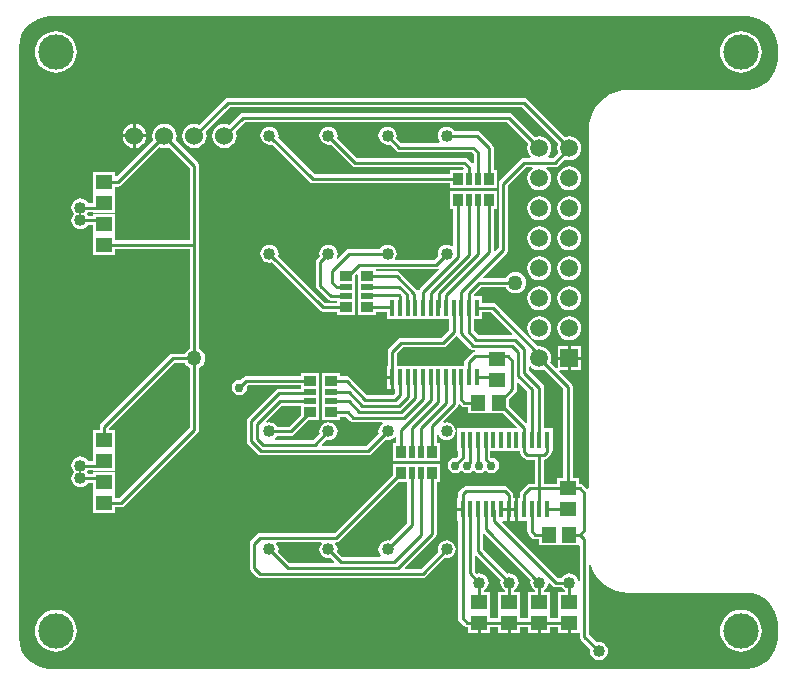
<source format=gbl>
G04 Layer_Physical_Order=2*
G04 Layer_Color=16711680*
%FSLAX25Y25*%
%MOIN*%
G70*
G01*
G75*
%ADD13C,0.01000*%
%ADD15R,0.05906X0.05906*%
%ADD16C,0.05906*%
%ADD17C,0.06000*%
%ADD18C,0.11811*%
%ADD19C,0.04000*%
%ADD20C,0.05000*%
%ADD21C,0.03000*%
%ADD22R,0.04528X0.05315*%
%ADD23R,0.04134X0.02362*%
%ADD24R,0.04134X0.03347*%
%ADD25R,0.05315X0.04528*%
%ADD26R,0.02362X0.04134*%
%ADD27R,0.03347X0.04134*%
%ADD28R,0.01575X0.05512*%
G36*
X85927Y-16090D02*
Y-26666D01*
X85465Y-26858D01*
X79709Y-21101D01*
Y-18899D01*
X82081Y-16526D01*
X82413Y-16030D01*
X82529Y-15445D01*
Y-13346D01*
X82991Y-13154D01*
X85927Y-16090D01*
D02*
G37*
G36*
X10390Y-24121D02*
X6441Y-28069D01*
X2608D01*
X2140Y-27459D01*
X1513Y-26978D01*
X783Y-26676D01*
X-0Y-26572D01*
X-783Y-26676D01*
X-821Y-26691D01*
X-1105Y-26268D01*
X4059Y-21104D01*
X10390D01*
Y-24121D01*
D02*
G37*
G36*
X87181Y-8055D02*
X88007Y-8689D01*
X88968Y-9087D01*
X90000Y-9223D01*
X91032Y-9087D01*
X91496Y-8895D01*
X97971Y-15370D01*
Y-45291D01*
X95842D01*
Y-47026D01*
X91545D01*
Y-39020D01*
X92085Y-38913D01*
X92581Y-38581D01*
X93656Y-37507D01*
X93988Y-37010D01*
X94104Y-36425D01*
Y-36142D01*
X94362D01*
Y-28630D01*
X91545D01*
Y-15016D01*
X91429Y-14431D01*
X91097Y-13934D01*
X86529Y-9366D01*
Y-8028D01*
X87029Y-7858D01*
X87181Y-8055D01*
D02*
G37*
G36*
X80846Y2991D02*
X80654Y2529D01*
X69634D01*
X68045Y4118D01*
Y7858D01*
X70862D01*
Y10085D01*
X73752D01*
X80846Y2991D01*
D02*
G37*
G36*
X56606Y24363D02*
X50080Y17836D01*
X49904Y17572D01*
X49733Y17515D01*
X49316Y17509D01*
X49308Y17512D01*
X43522Y23298D01*
X43026Y23629D01*
X42440Y23746D01*
X35610D01*
Y24471D01*
X55457D01*
X56042Y24587D01*
X56288Y24751D01*
X56606Y24363D01*
D02*
G37*
G36*
X62849Y2001D02*
X62875Y1962D01*
X66919Y-2081D01*
X67415Y-2413D01*
X68000Y-2529D01*
X68436D01*
X68445Y-3026D01*
X67860Y-3142D01*
X67363Y-3474D01*
X65434Y-5403D01*
X65103Y-5899D01*
X64986Y-6484D01*
Y-7858D01*
X42455D01*
Y-3708D01*
X44633Y-1529D01*
X58000D01*
X58585Y-1413D01*
X59081Y-1081D01*
X62214Y2051D01*
X62849Y2001D01*
D02*
G37*
G36*
X87075Y-79237D02*
X86974Y-80000D01*
X87077Y-80783D01*
X87379Y-81513D01*
X87860Y-82140D01*
X88471Y-82608D01*
Y-83291D01*
X86343D01*
Y-89819D01*
X86343D01*
Y-90181D01*
X86343D01*
Y-91916D01*
X83657D01*
Y-90181D01*
X83657D01*
Y-89819D01*
X83657D01*
Y-83291D01*
X81529D01*
Y-82608D01*
X82140Y-82140D01*
X82621Y-81513D01*
X82923Y-80783D01*
X83026Y-80000D01*
X82923Y-79217D01*
X82621Y-78487D01*
X82140Y-77860D01*
X81513Y-77380D01*
X80783Y-77077D01*
X80000Y-76974D01*
X79237Y-77074D01*
X71073Y-68910D01*
Y-63889D01*
X71535Y-63697D01*
X87075Y-79237D01*
D02*
G37*
G36*
X77074D02*
X76974Y-80000D01*
X77077Y-80783D01*
X77380Y-81513D01*
X77860Y-82140D01*
X78471Y-82608D01*
Y-83291D01*
X76342D01*
Y-89819D01*
X76342D01*
Y-90181D01*
X76342D01*
Y-91916D01*
X73658D01*
Y-90181D01*
X73658D01*
Y-89819D01*
X73658D01*
Y-83291D01*
X71529D01*
Y-82608D01*
X72140Y-82140D01*
X72620Y-81513D01*
X72923Y-80783D01*
X73026Y-80000D01*
X72923Y-79217D01*
X72620Y-78487D01*
X72140Y-77860D01*
X71513Y-77380D01*
X70783Y-77077D01*
X70000Y-76974D01*
X69237Y-77074D01*
X68514Y-76351D01*
Y-71330D01*
X68976Y-71139D01*
X77074Y-79237D01*
D02*
G37*
G36*
X161111Y108538D02*
X163046Y107951D01*
X164828Y106998D01*
X166391Y105716D01*
X167673Y104154D01*
X168626Y102371D01*
X169213Y100437D01*
X169399Y98541D01*
X169376Y98425D01*
Y94575D01*
X169396Y94477D01*
X169207Y92563D01*
X168620Y90629D01*
X167667Y88846D01*
X166385Y87284D01*
X164823Y86002D01*
X163040Y85049D01*
X161106Y84462D01*
X159587Y84313D01*
X159095Y84293D01*
X159094Y84293D01*
X158684Y84218D01*
X158239Y84207D01*
X158118D01*
X119724Y84207D01*
Y84218D01*
X117636Y84054D01*
X115598Y83565D01*
X113663Y82763D01*
X111876Y81668D01*
X110283Y80308D01*
X108922Y78714D01*
X107827Y76928D01*
X107026Y74992D01*
X106537Y72955D01*
X106372Y70866D01*
X106384D01*
Y-48514D01*
X105884Y-48721D01*
X104637Y-47474D01*
X104140Y-47142D01*
X103555Y-47026D01*
X103157D01*
Y-45291D01*
X101029D01*
Y-14736D01*
X100913Y-14151D01*
X100581Y-13655D01*
X96578Y-9651D01*
X96769Y-9189D01*
X99500D01*
Y-5736D01*
X96047D01*
Y-8467D01*
X95585Y-8659D01*
X93659Y-6732D01*
X93851Y-6268D01*
X93987Y-5236D01*
X93851Y-4204D01*
X93453Y-3243D01*
X92819Y-2417D01*
X91993Y-1784D01*
X91032Y-1385D01*
X90000Y-1249D01*
X89481Y-1318D01*
X75467Y12696D01*
X74971Y13027D01*
X74386Y13144D01*
X70862D01*
Y15370D01*
X68045D01*
Y15882D01*
X70634Y18471D01*
X78845D01*
X78943Y18235D01*
X79504Y17504D01*
X80235Y16943D01*
X81086Y16590D01*
X82000Y16470D01*
X82914Y16590D01*
X83765Y16943D01*
X84496Y17504D01*
X85057Y18235D01*
X85410Y19086D01*
X85530Y20000D01*
X85410Y20914D01*
X85057Y21765D01*
X84496Y22496D01*
X83765Y23057D01*
X82914Y23410D01*
X82000Y23530D01*
X81086Y23410D01*
X80235Y23057D01*
X79504Y22496D01*
X78943Y21765D01*
X78845Y21529D01*
X71346D01*
X71154Y21991D01*
X79081Y29919D01*
X79413Y30415D01*
X79529Y31000D01*
Y52367D01*
X85633Y58471D01*
X87516D01*
X87686Y57971D01*
X87181Y57583D01*
X86547Y56757D01*
X86149Y55796D01*
X86013Y54764D01*
X86149Y53732D01*
X86547Y52770D01*
X87181Y51945D01*
X88007Y51311D01*
X88968Y50913D01*
X90000Y50777D01*
X91032Y50913D01*
X91993Y51311D01*
X92819Y51945D01*
X93453Y52770D01*
X93851Y53732D01*
X93987Y54764D01*
X93851Y55796D01*
X93453Y56757D01*
X92819Y57583D01*
X92314Y57971D01*
X92484Y58471D01*
X95236D01*
X95821Y58587D01*
X96318Y58919D01*
X98504Y61105D01*
X98968Y60913D01*
X100000Y60777D01*
X101032Y60913D01*
X101993Y61311D01*
X102819Y61945D01*
X103453Y62770D01*
X103851Y63732D01*
X103987Y64764D01*
X103851Y65796D01*
X103453Y66757D01*
X102819Y67583D01*
X101993Y68217D01*
X101032Y68615D01*
X100000Y68751D01*
X98968Y68615D01*
X98504Y68423D01*
X85845Y81081D01*
X85349Y81413D01*
X84764Y81529D01*
X-13898D01*
X-14483Y81413D01*
X-14979Y81081D01*
X-23468Y72593D01*
X-23956Y72795D01*
X-25000Y72932D01*
X-26044Y72795D01*
X-27017Y72392D01*
X-27853Y71750D01*
X-28494Y70915D01*
X-28897Y69942D01*
X-29035Y68898D01*
X-28897Y67853D01*
X-28494Y66880D01*
X-27853Y66045D01*
X-27017Y65404D01*
X-26044Y65001D01*
X-25000Y64863D01*
X-23956Y65001D01*
X-22983Y65404D01*
X-22147Y66045D01*
X-21506Y66880D01*
X-21103Y67853D01*
X-20966Y68898D01*
X-21103Y69942D01*
X-21305Y70430D01*
X-13264Y78471D01*
X84130D01*
X96341Y66260D01*
X96149Y65796D01*
X96013Y64764D01*
X96149Y63732D01*
X96341Y63268D01*
X94603Y61529D01*
X93024D01*
X92884Y62029D01*
X93453Y62770D01*
X93851Y63732D01*
X93987Y64764D01*
X93851Y65796D01*
X93453Y66757D01*
X92819Y67583D01*
X91993Y68217D01*
X91032Y68615D01*
X90000Y68751D01*
X88968Y68615D01*
X88504Y68423D01*
X80845Y76081D01*
X80349Y76413D01*
X79764Y76529D01*
X-8898D01*
X-9483Y76413D01*
X-9979Y76081D01*
X-13468Y72593D01*
X-13956Y72795D01*
X-15000Y72932D01*
X-16044Y72795D01*
X-17017Y72392D01*
X-17853Y71750D01*
X-18494Y70915D01*
X-18897Y69942D01*
X-19035Y68898D01*
X-18897Y67853D01*
X-18494Y66880D01*
X-17853Y66045D01*
X-17017Y65404D01*
X-16044Y65001D01*
X-15000Y64863D01*
X-13956Y65001D01*
X-12983Y65404D01*
X-12147Y66045D01*
X-11506Y66880D01*
X-11103Y67853D01*
X-10966Y68898D01*
X-11103Y69942D01*
X-11305Y70430D01*
X-8264Y73471D01*
X79130D01*
X86341Y66260D01*
X86149Y65796D01*
X86013Y64764D01*
X86149Y63732D01*
X86547Y62770D01*
X87116Y62029D01*
X86976Y61529D01*
X85000D01*
X84415Y61413D01*
X83919Y61081D01*
X76919Y54081D01*
X76587Y53585D01*
X76471Y53000D01*
Y31633D01*
X75246Y30409D01*
X74746Y30616D01*
Y44390D01*
X75890D01*
Y50524D01*
X60110D01*
Y44390D01*
X61254D01*
Y32323D01*
X60754Y32076D01*
X60568Y32219D01*
X59838Y32521D01*
X59055Y32624D01*
X58272Y32521D01*
X57542Y32219D01*
X56915Y31738D01*
X56435Y31111D01*
X56132Y30382D01*
X56029Y29598D01*
X56130Y28836D01*
X54823Y27529D01*
X42129D01*
X41908Y27978D01*
X41991Y28086D01*
X42293Y28815D01*
X42396Y29598D01*
X42293Y30382D01*
X41991Y31111D01*
X41510Y31738D01*
X40883Y32219D01*
X40153Y32521D01*
X39370Y32624D01*
X38587Y32521D01*
X37857Y32219D01*
X37231Y31738D01*
X36762Y31128D01*
X26598D01*
X26013Y31011D01*
X25517Y30680D01*
X22793Y27956D01*
X22369Y28239D01*
X22608Y28815D01*
X22711Y29598D01*
X22608Y30382D01*
X22306Y31111D01*
X21825Y31738D01*
X21198Y32219D01*
X20468Y32521D01*
X19685Y32624D01*
X18902Y32521D01*
X18172Y32219D01*
X17545Y31738D01*
X17064Y31111D01*
X16762Y30382D01*
X16659Y29598D01*
X16760Y28836D01*
X15919Y27995D01*
X15587Y27499D01*
X15471Y26913D01*
Y19000D01*
X15587Y18415D01*
X15919Y17919D01*
X19493Y14344D01*
X19989Y14012D01*
X20575Y13896D01*
X22390D01*
Y13313D01*
X18449D01*
X2926Y28836D01*
X3026Y29598D01*
X2923Y30382D01*
X2620Y31111D01*
X2140Y31738D01*
X1513Y32219D01*
X783Y32521D01*
X0Y32624D01*
X-783Y32521D01*
X-1513Y32219D01*
X-2140Y31738D01*
X-2620Y31111D01*
X-2923Y30382D01*
X-3026Y29598D01*
X-2923Y28815D01*
X-2620Y28086D01*
X-2140Y27459D01*
X-1513Y26978D01*
X-783Y26676D01*
X0Y26572D01*
X763Y26673D01*
X16734Y10702D01*
X17230Y10370D01*
X17815Y10254D01*
X22390D01*
Y9110D01*
X28524D01*
Y13244D01*
Y16394D01*
Y19543D01*
Y22361D01*
X29014Y22851D01*
X29476Y22660D01*
Y19543D01*
Y16394D01*
Y13244D01*
Y9110D01*
X35610D01*
Y10254D01*
X39138D01*
Y7858D01*
X59868D01*
Y4031D01*
X57367Y1529D01*
X44000D01*
X43415Y1413D01*
X42919Y1081D01*
X39844Y-1993D01*
X39512Y-2489D01*
X39396Y-3075D01*
Y-7858D01*
X39138D01*
Y-11114D01*
X40925D01*
Y-11614D01*
X41425D01*
Y-15370D01*
X41955D01*
Y-16882D01*
X41366Y-17471D01*
X32634D01*
X26865Y-11702D01*
X26369Y-11371D01*
X25784Y-11254D01*
X23610D01*
Y-10110D01*
X17476D01*
Y-15457D01*
Y-18606D01*
Y-21756D01*
Y-25890D01*
X23610D01*
Y-24746D01*
X25583D01*
X26919Y-26081D01*
X27415Y-26413D01*
X28000Y-26529D01*
X37652D01*
X37769Y-26784D01*
X37790Y-27029D01*
X37230Y-27459D01*
X36750Y-28086D01*
X36447Y-28815D01*
X36344Y-29598D01*
X36445Y-30361D01*
X32335Y-34471D01*
X17629D01*
X17438Y-34009D01*
X18922Y-32524D01*
X19685Y-32624D01*
X20468Y-32521D01*
X21198Y-32219D01*
X21825Y-31738D01*
X22306Y-31111D01*
X22608Y-30382D01*
X22711Y-29598D01*
X22608Y-28815D01*
X22306Y-28086D01*
X21825Y-27459D01*
X21198Y-26978D01*
X20468Y-26676D01*
X19685Y-26572D01*
X18902Y-26676D01*
X18172Y-26978D01*
X17545Y-27459D01*
X17064Y-28086D01*
X16762Y-28815D01*
X16659Y-29598D01*
X16759Y-30361D01*
X14650Y-32471D01*
X2006D01*
X1837Y-31971D01*
X2140Y-31738D01*
X2608Y-31128D01*
X7075D01*
X7660Y-31011D01*
X8156Y-30680D01*
X12946Y-25890D01*
X16524D01*
Y-21756D01*
Y-18606D01*
Y-15457D01*
Y-10110D01*
X10390D01*
Y-11254D01*
X-7784D01*
X-8369Y-11371D01*
X-8865Y-11702D01*
X-9678Y-12515D01*
X-10000Y-12451D01*
X-10975Y-12645D01*
X-11802Y-13198D01*
X-12355Y-14025D01*
X-12549Y-15000D01*
X-12355Y-15976D01*
X-11802Y-16802D01*
X-10975Y-17355D01*
X-10000Y-17549D01*
X-9025Y-17355D01*
X-8198Y-16802D01*
X-7645Y-15976D01*
X-7451Y-15000D01*
X-7515Y-14678D01*
X-7150Y-14313D01*
X10390D01*
Y-15364D01*
X3278D01*
X2693Y-15481D01*
X2196Y-15812D01*
X-7081Y-25090D01*
X-7413Y-25586D01*
X-7529Y-26172D01*
Y-32828D01*
X-7413Y-33414D01*
X-7081Y-33910D01*
X-3910Y-37081D01*
X-3414Y-37413D01*
X-2828Y-37529D01*
X32969D01*
X33554Y-37413D01*
X34050Y-37081D01*
X38607Y-32524D01*
X39370Y-32624D01*
X40153Y-32521D01*
X40883Y-32219D01*
X41510Y-31738D01*
X41754Y-31420D01*
X42254Y-31589D01*
Y-33390D01*
X41110D01*
Y-39524D01*
X56890D01*
Y-33390D01*
X55746D01*
Y-30755D01*
X56246Y-30656D01*
X56435Y-31111D01*
X56915Y-31738D01*
X57542Y-32219D01*
X58272Y-32521D01*
X59055Y-32624D01*
X59838Y-32521D01*
X60568Y-32219D01*
X61195Y-31738D01*
X61676Y-31111D01*
X61978Y-30382D01*
X62081Y-29598D01*
X61978Y-28815D01*
X61676Y-28086D01*
X61195Y-27459D01*
X60568Y-26978D01*
X59838Y-26676D01*
X59055Y-26572D01*
X58272Y-26676D01*
X58139Y-26730D01*
X57856Y-26307D01*
X62479Y-21684D01*
X62811Y-21188D01*
X62895Y-20765D01*
X63388Y-20551D01*
X63919Y-21081D01*
X64415Y-21413D01*
X65000Y-21529D01*
X66291D01*
Y-23658D01*
X72819D01*
Y-23658D01*
X73181D01*
Y-23658D01*
X77939D01*
X82450Y-28168D01*
X82259Y-28630D01*
X62638D01*
Y-36142D01*
X62896D01*
Y-37699D01*
X62120Y-38475D01*
X62000Y-38451D01*
X61024Y-38645D01*
X60198Y-39198D01*
X59645Y-40025D01*
X59451Y-41000D01*
X59645Y-41976D01*
X60198Y-42802D01*
X61024Y-43355D01*
X62000Y-43549D01*
X62976Y-43355D01*
X63802Y-42802D01*
X64198D01*
X65025Y-43355D01*
X66000Y-43549D01*
X66975Y-43355D01*
X67802Y-42802D01*
X68198D01*
X69024Y-43355D01*
X70000Y-43549D01*
X70976Y-43355D01*
X71802Y-42802D01*
X72198D01*
X73024Y-43355D01*
X74000Y-43549D01*
X74976Y-43355D01*
X75802Y-42802D01*
X76355Y-41976D01*
X76549Y-41000D01*
X76355Y-40025D01*
X75802Y-39198D01*
X74976Y-38645D01*
X74000Y-38451D01*
X73632Y-38085D01*
Y-36142D01*
X83368D01*
Y-36398D01*
X83485Y-36983D01*
X83816Y-37479D01*
X84919Y-38581D01*
X85415Y-38913D01*
X86000Y-39029D01*
X88486D01*
Y-47026D01*
X86945D01*
X86360Y-47142D01*
X85863Y-47474D01*
X83816Y-49521D01*
X83485Y-50017D01*
X83368Y-50602D01*
Y-51858D01*
X82839D01*
Y-55614D01*
Y-59370D01*
X85927D01*
Y-62957D01*
X86044Y-63542D01*
X86375Y-64038D01*
X87419Y-65081D01*
X87915Y-65413D01*
X88500Y-65529D01*
X89791D01*
Y-67658D01*
X96319D01*
Y-67658D01*
X96681D01*
Y-67658D01*
X103209D01*
X103471Y-68049D01*
Y-79547D01*
X102971Y-79580D01*
X102923Y-79217D01*
X102620Y-78487D01*
X102140Y-77860D01*
X101513Y-77380D01*
X100783Y-77077D01*
X100000Y-76974D01*
X99217Y-77077D01*
X98487Y-77380D01*
X97860Y-77860D01*
X97392Y-78471D01*
X96134D01*
X77495Y-59832D01*
X77686Y-59370D01*
X79280D01*
Y-55614D01*
X80279D01*
Y-59370D01*
X81839D01*
Y-55614D01*
Y-51858D01*
X81309D01*
Y-50779D01*
X81192Y-50194D01*
X80861Y-49698D01*
X79581Y-48419D01*
X79085Y-48087D01*
X78500Y-47971D01*
X65500D01*
X64915Y-48087D01*
X64419Y-48419D01*
X63344Y-49493D01*
X63012Y-49990D01*
X62896Y-50575D01*
Y-51858D01*
X62638D01*
Y-55114D01*
X64425D01*
Y-56114D01*
X62638D01*
Y-59370D01*
X62896D01*
Y-91870D01*
X63012Y-92455D01*
X63344Y-92952D01*
X64919Y-94526D01*
X65415Y-94858D01*
X66000Y-94974D01*
X66343D01*
Y-96709D01*
X69500D01*
Y-93445D01*
X70500D01*
Y-96709D01*
X73658D01*
Y-94974D01*
X76342D01*
Y-96709D01*
X79500D01*
Y-93445D01*
X80500D01*
Y-96709D01*
X83657D01*
Y-94974D01*
X86343D01*
Y-96709D01*
X89500D01*
Y-93445D01*
X90500D01*
Y-96709D01*
X93657D01*
Y-94974D01*
X96342D01*
Y-96709D01*
X99500D01*
Y-93445D01*
X100500D01*
Y-96709D01*
X103471D01*
Y-98000D01*
X103587Y-98585D01*
X103919Y-99081D01*
X106933Y-102096D01*
X106832Y-102858D01*
X106936Y-103641D01*
X107238Y-104371D01*
X107719Y-104998D01*
X108345Y-105479D01*
X109075Y-105781D01*
X109858Y-105884D01*
X110641Y-105781D01*
X111371Y-105479D01*
X111998Y-104998D01*
X112479Y-104371D01*
X112781Y-103641D01*
X112884Y-102858D01*
X112781Y-102075D01*
X112479Y-101345D01*
X111998Y-100719D01*
X111371Y-100238D01*
X110641Y-99936D01*
X109858Y-99832D01*
X109096Y-99933D01*
X106529Y-97366D01*
Y-74279D01*
X107026Y-74205D01*
X107827Y-76140D01*
X108922Y-77927D01*
X110283Y-79520D01*
X111876Y-80881D01*
X113663Y-81976D01*
X115598Y-82777D01*
X117636Y-83267D01*
X119724Y-83431D01*
Y-83419D01*
X158916D01*
X159095Y-83455D01*
Y-83455D01*
X159123Y-83428D01*
X161106Y-83624D01*
X163040Y-84210D01*
X164823Y-85163D01*
X166385Y-86445D01*
X167667Y-88008D01*
X168620Y-89790D01*
X169207Y-91725D01*
X169396Y-93639D01*
X169376Y-93736D01*
Y-98425D01*
X169396Y-98523D01*
X169207Y-100437D01*
X168620Y-102371D01*
X167667Y-104154D01*
X166385Y-105716D01*
X164823Y-106998D01*
X163040Y-107951D01*
X161106Y-108538D01*
X159192Y-108726D01*
X159095Y-108707D01*
X-73189D01*
X-73189Y-108707D01*
Y-108707D01*
X-73681Y-108687D01*
X-75200Y-108538D01*
X-77135Y-107951D01*
X-78917Y-106998D01*
X-80480Y-105716D01*
X-81762Y-104154D01*
X-82715Y-102371D01*
X-83302Y-100437D01*
X-83490Y-98523D01*
X-83471Y-98425D01*
Y-92264D01*
Y92264D01*
Y98425D01*
X-83490Y98523D01*
X-83302Y100437D01*
X-82715Y102371D01*
X-81762Y104154D01*
X-80480Y105716D01*
X-78917Y106998D01*
X-77135Y107951D01*
X-75200Y108538D01*
X-73287Y108726D01*
X-73189Y108707D01*
X159100D01*
X159198Y108726D01*
X161111Y108538D01*
D02*
G37*
G36*
X94419Y-81081D02*
X94915Y-81413D01*
X95500Y-81529D01*
X97392D01*
X97860Y-82140D01*
X98471Y-82608D01*
Y-83291D01*
X96342D01*
Y-89819D01*
X96342D01*
Y-90181D01*
X96342D01*
Y-91916D01*
X93657D01*
Y-90181D01*
X93657D01*
Y-89819D01*
X93657D01*
Y-83291D01*
X91529D01*
Y-82608D01*
X92140Y-82140D01*
X92620Y-81513D01*
X92923Y-80783D01*
X92980Y-80350D01*
X93508Y-80171D01*
X94419Y-81081D01*
D02*
G37*
%LPC*%
G36*
X90000Y8751D02*
X88968Y8615D01*
X88007Y8217D01*
X87181Y7583D01*
X86547Y6757D01*
X86149Y5796D01*
X86013Y4764D01*
X86149Y3732D01*
X86547Y2770D01*
X87181Y1945D01*
X88007Y1311D01*
X88968Y913D01*
X90000Y777D01*
X91032Y913D01*
X91993Y1311D01*
X92819Y1945D01*
X93453Y2770D01*
X93851Y3732D01*
X93987Y4764D01*
X93851Y5796D01*
X93453Y6757D01*
X92819Y7583D01*
X91993Y8217D01*
X91032Y8615D01*
X90000Y8751D01*
D02*
G37*
G36*
X103953Y-1283D02*
X100500D01*
Y-4736D01*
X103953D01*
Y-1283D01*
D02*
G37*
G36*
X-71220Y-89124D02*
X-72574Y-89257D01*
X-73876Y-89652D01*
X-75076Y-90294D01*
X-76127Y-91156D01*
X-76990Y-92208D01*
X-77631Y-93408D01*
X-78026Y-94709D01*
X-78159Y-96063D01*
X-78026Y-97417D01*
X-77631Y-98718D01*
X-76990Y-99918D01*
X-76127Y-100970D01*
X-75076Y-101832D01*
X-73876Y-102474D01*
X-72574Y-102869D01*
X-71220Y-103002D01*
X-69867Y-102869D01*
X-68565Y-102474D01*
X-67365Y-101832D01*
X-66314Y-100970D01*
X-65451Y-99918D01*
X-64810Y-98718D01*
X-64415Y-97417D01*
X-64282Y-96063D01*
X-64415Y-94709D01*
X-64810Y-93408D01*
X-65451Y-92208D01*
X-66314Y-91156D01*
X-67365Y-90294D01*
X-68565Y-89652D01*
X-69867Y-89257D01*
X-71220Y-89124D01*
D02*
G37*
G36*
X100000Y8751D02*
X98968Y8615D01*
X98007Y8217D01*
X97181Y7583D01*
X96547Y6757D01*
X96149Y5796D01*
X96013Y4764D01*
X96149Y3732D01*
X96547Y2770D01*
X97181Y1945D01*
X98007Y1311D01*
X98968Y913D01*
X100000Y777D01*
X101032Y913D01*
X101993Y1311D01*
X102819Y1945D01*
X103453Y2770D01*
X103851Y3732D01*
X103987Y4764D01*
X103851Y5796D01*
X103453Y6757D01*
X102819Y7583D01*
X101993Y8217D01*
X101032Y8615D01*
X100000Y8751D01*
D02*
G37*
G36*
X40425Y-12114D02*
X39138D01*
Y-15370D01*
X40425D01*
Y-12114D01*
D02*
G37*
G36*
X56890Y-40476D02*
X41110D01*
Y-44054D01*
X21693Y-63471D01*
X-3000D01*
X-3585Y-63587D01*
X-4081Y-63919D01*
X-6081Y-65919D01*
X-6413Y-66415D01*
X-6529Y-67000D01*
Y-75000D01*
X-6413Y-75585D01*
X-6081Y-76081D01*
X-4081Y-78081D01*
X-3585Y-78413D01*
X-3000Y-78529D01*
X51024D01*
X51609Y-78413D01*
X52105Y-78081D01*
X58293Y-71894D01*
X59055Y-71994D01*
X59838Y-71891D01*
X60568Y-71589D01*
X61195Y-71108D01*
X61676Y-70481D01*
X61978Y-69752D01*
X62081Y-68968D01*
X61978Y-68185D01*
X61676Y-67456D01*
X61195Y-66829D01*
X60568Y-66348D01*
X59838Y-66046D01*
X59055Y-65943D01*
X58272Y-66046D01*
X57542Y-66348D01*
X56915Y-66829D01*
X56435Y-67456D01*
X56132Y-68185D01*
X56029Y-68968D01*
X56130Y-69731D01*
X50390Y-75471D01*
X45346D01*
X45154Y-75009D01*
X55298Y-64865D01*
X55629Y-64369D01*
X55746Y-63784D01*
Y-46610D01*
X56890D01*
Y-40476D01*
D02*
G37*
G36*
X103953Y-5736D02*
X100500D01*
Y-9189D01*
X103953D01*
Y-5736D01*
D02*
G37*
G36*
X99500Y-1283D02*
X96047D01*
Y-4736D01*
X99500D01*
Y-1283D01*
D02*
G37*
G36*
X157126Y-89124D02*
X155772Y-89257D01*
X154471Y-89652D01*
X153271Y-90294D01*
X152219Y-91156D01*
X151356Y-92208D01*
X150715Y-93408D01*
X150320Y-94709D01*
X150187Y-96063D01*
X150320Y-97417D01*
X150715Y-98718D01*
X151356Y-99918D01*
X152219Y-100970D01*
X153271Y-101832D01*
X154471Y-102474D01*
X155772Y-102869D01*
X157126Y-103002D01*
X158480Y-102869D01*
X159781Y-102474D01*
X160981Y-101832D01*
X162032Y-100970D01*
X162896Y-99918D01*
X163537Y-98718D01*
X163932Y-97417D01*
X164065Y-96063D01*
X163932Y-94709D01*
X163537Y-93408D01*
X162896Y-92208D01*
X162032Y-91156D01*
X160981Y-90294D01*
X159781Y-89652D01*
X158480Y-89257D01*
X157126Y-89124D01*
D02*
G37*
G36*
X90000Y18751D02*
X88968Y18615D01*
X88007Y18216D01*
X87181Y17583D01*
X86547Y16757D01*
X86149Y15796D01*
X86013Y14764D01*
X86149Y13732D01*
X86547Y12770D01*
X87181Y11945D01*
X88007Y11311D01*
X88968Y10913D01*
X90000Y10777D01*
X91032Y10913D01*
X91993Y11311D01*
X92819Y11945D01*
X93453Y12770D01*
X93851Y13732D01*
X93987Y14764D01*
X93851Y15796D01*
X93453Y16757D01*
X92819Y17583D01*
X91993Y18216D01*
X91032Y18615D01*
X90000Y18751D01*
D02*
G37*
G36*
X-41031Y68398D02*
X-44500D01*
Y64929D01*
X-43956Y65001D01*
X-42983Y65404D01*
X-42147Y66045D01*
X-41506Y66880D01*
X-41103Y67853D01*
X-41031Y68398D01*
D02*
G37*
G36*
X59055Y71994D02*
X58272Y71891D01*
X57542Y71589D01*
X56915Y71108D01*
X56435Y70481D01*
X56132Y69752D01*
X56029Y68968D01*
X56132Y68185D01*
X56435Y67456D01*
X56762Y67029D01*
X56515Y66529D01*
X43972D01*
X42296Y68206D01*
X42396Y68968D01*
X42293Y69752D01*
X41991Y70481D01*
X41510Y71108D01*
X40883Y71589D01*
X40153Y71891D01*
X39370Y71994D01*
X38587Y71891D01*
X37857Y71589D01*
X37231Y71108D01*
X36750Y70481D01*
X36447Y69752D01*
X36344Y68968D01*
X36447Y68185D01*
X36750Y67456D01*
X37231Y66829D01*
X37857Y66348D01*
X38587Y66046D01*
X39370Y65943D01*
X40133Y66043D01*
X42257Y63919D01*
X42753Y63587D01*
X43339Y63471D01*
X67366D01*
X68045Y62792D01*
Y59750D01*
X67545Y59598D01*
X67507Y59656D01*
X66081Y61081D01*
X65585Y61413D01*
X65000Y61529D01*
X29287D01*
X22611Y68206D01*
X22711Y68968D01*
X22608Y69752D01*
X22306Y70481D01*
X21825Y71108D01*
X21198Y71589D01*
X20468Y71891D01*
X19685Y71994D01*
X18902Y71891D01*
X18172Y71589D01*
X17545Y71108D01*
X17064Y70481D01*
X16762Y69752D01*
X16659Y68968D01*
X16762Y68185D01*
X17064Y67456D01*
X17545Y66829D01*
X18172Y66348D01*
X18902Y66046D01*
X19685Y65943D01*
X20448Y66043D01*
X27572Y58919D01*
X28068Y58587D01*
X28654Y58471D01*
X64367D01*
X64727Y58110D01*
X64520Y57610D01*
X60110D01*
Y56073D01*
X15059D01*
X2926Y68206D01*
X3026Y68968D01*
X2923Y69752D01*
X2620Y70481D01*
X2140Y71108D01*
X1513Y71589D01*
X783Y71891D01*
X0Y71994D01*
X-783Y71891D01*
X-1513Y71589D01*
X-2140Y71108D01*
X-2620Y70481D01*
X-2923Y69752D01*
X-3026Y68968D01*
X-2923Y68185D01*
X-2620Y67456D01*
X-2140Y66829D01*
X-1513Y66348D01*
X-783Y66046D01*
X0Y65943D01*
X763Y66043D01*
X13344Y53462D01*
X13840Y53130D01*
X14425Y53014D01*
X60110D01*
Y51476D01*
X75890D01*
Y57610D01*
X74746D01*
Y64784D01*
X74629Y65369D01*
X74298Y65865D01*
X70113Y70050D01*
X69617Y70381D01*
X69032Y70498D01*
X61663D01*
X61195Y71108D01*
X60568Y71589D01*
X59838Y71891D01*
X59055Y71994D01*
D02*
G37*
G36*
X-35000Y72932D02*
X-36044Y72795D01*
X-37017Y72392D01*
X-37853Y71750D01*
X-38494Y70915D01*
X-38897Y69942D01*
X-39035Y68898D01*
X-38897Y67853D01*
X-38695Y67365D01*
X-50842Y55218D01*
X-51342Y55425D01*
Y56709D01*
X-58657D01*
Y50319D01*
X-58657Y50181D01*
Y49819D01*
X-58657Y49681D01*
Y46529D01*
X-60392D01*
X-60860Y47140D01*
X-61487Y47620D01*
X-62217Y47923D01*
X-63000Y48026D01*
X-63783Y47923D01*
X-64513Y47620D01*
X-65140Y47140D01*
X-65620Y46513D01*
X-65923Y45783D01*
X-66026Y45000D01*
X-65923Y44217D01*
X-65620Y43487D01*
X-65156Y42882D01*
X-65620Y42277D01*
X-65923Y41547D01*
X-66026Y40764D01*
X-65923Y39981D01*
X-65620Y39251D01*
X-65140Y38624D01*
X-64513Y38143D01*
X-63783Y37841D01*
X-63000Y37738D01*
X-62217Y37841D01*
X-61487Y38143D01*
X-60860Y38624D01*
X-60392Y39234D01*
X-58657D01*
Y36319D01*
X-58657Y36181D01*
Y35819D01*
X-58657Y35681D01*
Y29291D01*
X-51342D01*
Y31026D01*
X-26529D01*
Y-2081D01*
X-26765Y-2179D01*
X-27496Y-2740D01*
X-28057Y-3471D01*
X-28155Y-3707D01*
X-32236D01*
X-32822Y-3823D01*
X-33318Y-4155D01*
X-56081Y-26919D01*
X-56413Y-27415D01*
X-56529Y-28000D01*
Y-29291D01*
X-58657D01*
Y-35681D01*
X-58657Y-35819D01*
Y-36181D01*
X-58657Y-36319D01*
Y-39471D01*
X-60392D01*
X-60860Y-38860D01*
X-61487Y-38379D01*
X-62217Y-38077D01*
X-63000Y-37974D01*
X-63783Y-38077D01*
X-64513Y-38379D01*
X-65140Y-38860D01*
X-65620Y-39487D01*
X-65923Y-40217D01*
X-66026Y-41000D01*
X-65923Y-41783D01*
X-65620Y-42513D01*
X-65141Y-43138D01*
X-65620Y-43763D01*
X-65923Y-44492D01*
X-66026Y-45276D01*
X-65923Y-46059D01*
X-65620Y-46788D01*
X-65140Y-47415D01*
X-64513Y-47896D01*
X-63783Y-48198D01*
X-63000Y-48302D01*
X-62217Y-48198D01*
X-61487Y-47896D01*
X-60860Y-47415D01*
X-60392Y-46805D01*
X-58657D01*
Y-49681D01*
X-58657Y-49819D01*
Y-50181D01*
X-58657Y-50319D01*
Y-56709D01*
X-51342D01*
Y-54974D01*
X-49445D01*
X-48860Y-54858D01*
X-48363Y-54526D01*
X-23919Y-30081D01*
X-23587Y-29585D01*
X-23471Y-29000D01*
Y-8391D01*
X-23235Y-8293D01*
X-22504Y-7733D01*
X-21943Y-7001D01*
X-21590Y-6150D01*
X-21470Y-5236D01*
X-21590Y-4323D01*
X-21943Y-3471D01*
X-22504Y-2740D01*
X-23235Y-2179D01*
X-23471Y-2081D01*
Y32555D01*
Y58898D01*
X-23587Y59483D01*
X-23919Y59979D01*
X-31305Y67366D01*
X-31103Y67853D01*
X-30966Y68898D01*
X-31103Y69942D01*
X-31506Y70915D01*
X-32147Y71750D01*
X-32983Y72392D01*
X-33956Y72795D01*
X-35000Y72932D01*
D02*
G37*
G36*
X-45500Y68398D02*
X-48969D01*
X-48897Y67853D01*
X-48494Y66880D01*
X-47853Y66045D01*
X-47017Y65404D01*
X-46044Y65001D01*
X-45500Y64929D01*
Y68398D01*
D02*
G37*
G36*
X-71220Y103789D02*
X-72574Y103656D01*
X-73876Y103261D01*
X-75076Y102620D01*
X-76127Y101757D01*
X-76990Y100705D01*
X-77631Y99506D01*
X-78026Y98204D01*
X-78159Y96850D01*
X-78026Y95497D01*
X-77631Y94195D01*
X-76990Y92995D01*
X-76127Y91944D01*
X-75076Y91081D01*
X-73876Y90440D01*
X-72574Y90045D01*
X-71220Y89912D01*
X-69867Y90045D01*
X-68565Y90440D01*
X-67365Y91081D01*
X-66314Y91944D01*
X-65451Y92995D01*
X-64810Y94195D01*
X-64415Y95497D01*
X-64282Y96850D01*
X-64415Y98204D01*
X-64810Y99506D01*
X-65451Y100705D01*
X-66314Y101757D01*
X-67365Y102620D01*
X-68565Y103261D01*
X-69867Y103656D01*
X-71220Y103789D01*
D02*
G37*
G36*
X157126D02*
X155772Y103656D01*
X154471Y103261D01*
X153271Y102620D01*
X152219Y101757D01*
X151356Y100705D01*
X150715Y99506D01*
X150320Y98204D01*
X150187Y96850D01*
X150320Y95497D01*
X150715Y94195D01*
X151356Y92995D01*
X152219Y91944D01*
X153271Y91081D01*
X154471Y90440D01*
X155772Y90045D01*
X157126Y89912D01*
X158480Y90045D01*
X159781Y90440D01*
X160981Y91081D01*
X162032Y91944D01*
X162896Y92995D01*
X163537Y94195D01*
X163932Y95497D01*
X164065Y96850D01*
X163932Y98204D01*
X163537Y99506D01*
X162896Y100705D01*
X162032Y101757D01*
X160981Y102620D01*
X159781Y103261D01*
X158480Y103656D01*
X157126Y103789D01*
D02*
G37*
G36*
X-45500Y72866D02*
X-46044Y72795D01*
X-47017Y72392D01*
X-47853Y71750D01*
X-48494Y70915D01*
X-48897Y69942D01*
X-48969Y69398D01*
X-45500D01*
Y72866D01*
D02*
G37*
G36*
X-44500Y72866D02*
Y69398D01*
X-41031D01*
X-41103Y69942D01*
X-41506Y70915D01*
X-42147Y71750D01*
X-42983Y72392D01*
X-43956Y72795D01*
X-44500Y72866D01*
D02*
G37*
G36*
X100000Y58751D02*
X98968Y58615D01*
X98007Y58217D01*
X97181Y57583D01*
X96547Y56757D01*
X96149Y55796D01*
X96013Y54764D01*
X96149Y53732D01*
X96547Y52770D01*
X97181Y51945D01*
X98007Y51311D01*
X98968Y50913D01*
X100000Y50777D01*
X101032Y50913D01*
X101993Y51311D01*
X102819Y51945D01*
X103453Y52770D01*
X103851Y53732D01*
X103987Y54764D01*
X103851Y55796D01*
X103453Y56757D01*
X102819Y57583D01*
X101993Y58217D01*
X101032Y58615D01*
X100000Y58751D01*
D02*
G37*
G36*
X90000Y48751D02*
X88968Y48615D01*
X88007Y48217D01*
X87181Y47583D01*
X86547Y46757D01*
X86149Y45796D01*
X86013Y44764D01*
X86149Y43732D01*
X86547Y42770D01*
X87181Y41945D01*
X88007Y41311D01*
X88968Y40913D01*
X90000Y40777D01*
X91032Y40913D01*
X91993Y41311D01*
X92819Y41945D01*
X93453Y42770D01*
X93851Y43732D01*
X93987Y44764D01*
X93851Y45796D01*
X93453Y46757D01*
X92819Y47583D01*
X91993Y48217D01*
X91032Y48615D01*
X90000Y48751D01*
D02*
G37*
G36*
Y38751D02*
X88968Y38615D01*
X88007Y38217D01*
X87181Y37583D01*
X86547Y36757D01*
X86149Y35796D01*
X86013Y34764D01*
X86149Y33732D01*
X86547Y32770D01*
X87181Y31945D01*
X88007Y31311D01*
X88968Y30913D01*
X90000Y30777D01*
X91032Y30913D01*
X91993Y31311D01*
X92819Y31945D01*
X93453Y32770D01*
X93851Y33732D01*
X93987Y34764D01*
X93851Y35796D01*
X93453Y36757D01*
X92819Y37583D01*
X91993Y38217D01*
X91032Y38615D01*
X90000Y38751D01*
D02*
G37*
G36*
X100000D02*
X98968Y38615D01*
X98007Y38217D01*
X97181Y37583D01*
X96547Y36757D01*
X96149Y35796D01*
X96013Y34764D01*
X96149Y33732D01*
X96547Y32770D01*
X97181Y31945D01*
X98007Y31311D01*
X98968Y30913D01*
X100000Y30777D01*
X101032Y30913D01*
X101993Y31311D01*
X102819Y31945D01*
X103453Y32770D01*
X103851Y33732D01*
X103987Y34764D01*
X103851Y35796D01*
X103453Y36757D01*
X102819Y37583D01*
X101993Y38217D01*
X101032Y38615D01*
X100000Y38751D01*
D02*
G37*
G36*
Y28751D02*
X98968Y28615D01*
X98007Y28216D01*
X97181Y27583D01*
X96547Y26757D01*
X96149Y25796D01*
X96013Y24764D01*
X96149Y23732D01*
X96547Y22770D01*
X97181Y21945D01*
X98007Y21311D01*
X98968Y20913D01*
X100000Y20777D01*
X101032Y20913D01*
X101993Y21311D01*
X102819Y21945D01*
X103453Y22770D01*
X103851Y23732D01*
X103987Y24764D01*
X103851Y25796D01*
X103453Y26757D01*
X102819Y27583D01*
X101993Y28216D01*
X101032Y28615D01*
X100000Y28751D01*
D02*
G37*
G36*
Y18751D02*
X98968Y18615D01*
X98007Y18216D01*
X97181Y17583D01*
X96547Y16757D01*
X96149Y15796D01*
X96013Y14764D01*
X96149Y13732D01*
X96547Y12770D01*
X97181Y11945D01*
X98007Y11311D01*
X98968Y10913D01*
X100000Y10777D01*
X101032Y10913D01*
X101993Y11311D01*
X102819Y11945D01*
X103453Y12770D01*
X103851Y13732D01*
X103987Y14764D01*
X103851Y15796D01*
X103453Y16757D01*
X102819Y17583D01*
X101993Y18216D01*
X101032Y18615D01*
X100000Y18751D01*
D02*
G37*
G36*
X90000Y28751D02*
X88968Y28615D01*
X88007Y28216D01*
X87181Y27583D01*
X86547Y26757D01*
X86149Y25796D01*
X86013Y24764D01*
X86149Y23732D01*
X86547Y22770D01*
X87181Y21945D01*
X88007Y21311D01*
X88968Y20913D01*
X90000Y20777D01*
X91032Y20913D01*
X91993Y21311D01*
X92819Y21945D01*
X93453Y22770D01*
X93851Y23732D01*
X93987Y24764D01*
X93851Y25796D01*
X93453Y26757D01*
X92819Y27583D01*
X91993Y28216D01*
X91032Y28615D01*
X90000Y28751D01*
D02*
G37*
G36*
X100000Y48751D02*
X98968Y48615D01*
X98007Y48217D01*
X97181Y47583D01*
X96547Y46757D01*
X96149Y45796D01*
X96013Y44764D01*
X96149Y43732D01*
X96547Y42770D01*
X97181Y41945D01*
X98007Y41311D01*
X98968Y40913D01*
X100000Y40777D01*
X101032Y40913D01*
X101993Y41311D01*
X102819Y41945D01*
X103453Y42770D01*
X103851Y43732D01*
X103987Y44764D01*
X103851Y45796D01*
X103453Y46757D01*
X102819Y47583D01*
X101993Y48217D01*
X101032Y48615D01*
X100000Y48751D01*
D02*
G37*
%LPD*%
G36*
X17391Y-67029D02*
X17064Y-67456D01*
X16762Y-68185D01*
X16659Y-68968D01*
X16762Y-69752D01*
X17064Y-70481D01*
X17545Y-71108D01*
X18172Y-71589D01*
X18902Y-71891D01*
X19685Y-71994D01*
X20448Y-71894D01*
X21562Y-73009D01*
X21371Y-73471D01*
X6665D01*
X2926Y-69731D01*
X3026Y-68968D01*
X2923Y-68185D01*
X2620Y-67456D01*
X2293Y-67029D01*
X2540Y-66529D01*
X17145D01*
X17391Y-67029D01*
D02*
G37*
G36*
X45896Y-60280D02*
X40133Y-66043D01*
X39370Y-65943D01*
X38587Y-66046D01*
X37857Y-66348D01*
X37230Y-66829D01*
X36750Y-67456D01*
X36447Y-68185D01*
X36344Y-68968D01*
X36447Y-69752D01*
X36750Y-70481D01*
X37125Y-70971D01*
X36934Y-71471D01*
X24350D01*
X22611Y-69731D01*
X22711Y-68968D01*
X22608Y-68185D01*
X22306Y-67456D01*
X21979Y-67029D01*
X22225Y-66529D01*
X22327D01*
X22912Y-66413D01*
X23408Y-66081D01*
X42879Y-46610D01*
X45896D01*
Y-60280D01*
D02*
G37*
G36*
X-28057Y-7001D02*
X-27496Y-7733D01*
X-26765Y-8293D01*
X-26529Y-8391D01*
Y-28367D01*
X-50078Y-51916D01*
X-51342D01*
Y-50319D01*
X-51342Y-50181D01*
Y-49819D01*
X-51342Y-49681D01*
Y-43291D01*
X-58657D01*
Y-43746D01*
X-60392D01*
X-60859Y-43138D01*
X-60392Y-42529D01*
X-58657D01*
Y-42709D01*
X-51342D01*
Y-36319D01*
X-51342Y-36181D01*
Y-35819D01*
X-51342Y-35681D01*
Y-29291D01*
X-53471D01*
Y-28633D01*
X-31603Y-6766D01*
X-28155D01*
X-28057Y-7001D01*
D02*
G37*
G36*
X-36044Y65001D02*
X-35000Y64863D01*
X-33956Y65001D01*
X-33468Y65203D01*
X-26529Y58264D01*
Y34084D01*
X-51342D01*
Y35681D01*
X-51342Y35819D01*
Y36181D01*
X-51342Y36319D01*
Y42709D01*
X-58657D01*
Y42293D01*
X-60392D01*
X-60844Y42882D01*
X-60392Y43471D01*
X-58657D01*
Y43291D01*
X-51342D01*
Y49681D01*
X-51342Y49819D01*
Y50181D01*
X-51342Y50319D01*
Y51916D01*
X-50453D01*
X-49867Y52032D01*
X-49371Y52363D01*
X-36532Y65203D01*
X-36044Y65001D01*
D02*
G37*
D13*
X-63000Y-45276D02*
X-55000D01*
X-63000Y-41000D02*
X-55000D01*
X-63000Y40764D02*
X-55000D01*
X-63000Y45000D02*
X-55000D01*
X68445Y-4555D02*
X79555D01*
X105000Y-98000D02*
X109858Y-102858D01*
X105000Y-98000D02*
Y-65500D01*
X103500Y-64000D02*
X105000Y-65500D01*
X-25000Y32555D02*
Y58898D01*
Y-5236D02*
Y32555D01*
X-50453Y53445D02*
X-35000Y68898D01*
X-55000Y53445D02*
X-50453D01*
X-55000Y32555D02*
X-25000D01*
X-35000Y68898D02*
X-25000Y58898D01*
X-32236Y-5236D02*
X-25000D01*
X-55000Y-28000D02*
X-32236Y-5236D01*
X-55000Y-32555D02*
Y-28000D01*
X-25000Y-29000D02*
Y-5236D01*
X-49445Y-53445D02*
X-25000Y-29000D01*
X-55000Y-53445D02*
X-49445D01*
X-10000Y-15000D02*
X-7784Y-12784D01*
X13457D01*
X32969Y-36000D02*
X39370Y-29598D01*
X-2828Y-36000D02*
X32969D01*
X-6000Y-32828D02*
X-2828Y-36000D01*
X-6000Y-32828D02*
Y-26172D01*
X3278Y-16894D01*
X12988D01*
X13457Y-16425D01*
X15283Y-34000D02*
X19685Y-29598D01*
X-2000Y-34000D02*
X15283D01*
X-4000Y-32000D02*
X-2000Y-34000D01*
X-4000Y-32000D02*
Y-27000D01*
X3425Y-19575D01*
X13457D01*
X7075Y-29598D02*
X13457Y-23216D01*
X-0Y-29598D02*
X7075D01*
X32000Y-19000D02*
X42000D01*
X25784Y-12784D02*
X32000Y-19000D01*
X20543Y-12784D02*
X25784D01*
X28000Y-25000D02*
X45000D01*
X26217Y-23216D02*
X28000Y-25000D01*
X20543Y-23216D02*
X26217D01*
X31000Y-21000D02*
X43172D01*
X26425Y-16425D02*
X31000Y-21000D01*
X20543Y-16425D02*
X26425D01*
X30000Y-23000D02*
X44000D01*
X26575Y-19575D02*
X30000Y-23000D01*
X20543Y-19575D02*
X26575D01*
X51024Y-77000D02*
X59055Y-68968D01*
X-3000Y-77000D02*
X51024D01*
X-5000Y-75000D02*
X-3000Y-77000D01*
X-5000Y-75000D02*
Y-67000D01*
X-3000Y-65000D01*
X22327D01*
X43784Y-43543D01*
X62000Y-40757D02*
X64425Y-38332D01*
X62000Y-41000D02*
Y-40757D01*
X64425Y-38332D02*
Y-32386D01*
X66000Y-41000D02*
X66984Y-40016D01*
Y-32386D01*
X69543Y-40543D02*
X70000Y-41000D01*
X69543Y-40543D02*
Y-32386D01*
X72102Y-38860D02*
Y-32386D01*
Y-38860D02*
X74000Y-40757D01*
Y-41000D02*
Y-40757D01*
X54216Y-63784D02*
Y-43543D01*
X43000Y-75000D02*
X54216Y-63784D01*
X6032Y-75000D02*
X43000D01*
X-0Y-68968D02*
X6032Y-75000D01*
X50575Y-64000D02*
Y-43543D01*
X41575Y-73000D02*
X50575Y-64000D01*
X23717Y-73000D02*
X41575D01*
X19685Y-68968D02*
X23717Y-73000D01*
X39370Y-68968D02*
X47425Y-60913D01*
Y-43543D01*
X43484Y-17516D02*
Y-11614D01*
X42000Y-19000D02*
X43484Y-17516D01*
X46043Y-18128D02*
Y-11614D01*
X43172Y-21000D02*
X46043Y-18128D01*
X48602Y-18398D02*
Y-11614D01*
X44000Y-23000D02*
X48602Y-18398D01*
X51161Y-18839D02*
Y-11614D01*
X45000Y-25000D02*
X51161Y-18839D01*
X53720Y-19279D02*
Y-11614D01*
X43784Y-29217D02*
X53720Y-19279D01*
X43784Y-36457D02*
Y-29217D01*
X56279Y-19721D02*
Y-11614D01*
X47425Y-28575D02*
X56279Y-19721D01*
X47425Y-36457D02*
Y-28575D01*
X58839Y-20161D02*
Y-11614D01*
X50575Y-28425D02*
X58839Y-20161D01*
X50575Y-36457D02*
Y-28425D01*
X61398Y-20602D02*
Y-11614D01*
X54216Y-27784D02*
X61398Y-20602D01*
X54216Y-36457D02*
Y-27784D01*
X69075Y11614D02*
X74386D01*
X90000Y-4000D01*
Y-5236D02*
Y-4000D01*
X81828Y1000D02*
X84828Y-2000D01*
X69000Y1000D02*
X81828D01*
X66516Y3484D02*
X69000Y1000D01*
X81000Y-1000D02*
X83000Y-3000D01*
X68000Y-1000D02*
X81000D01*
X63957Y3043D02*
X68000Y-1000D01*
X85000Y-10000D02*
Y-2000D01*
X84828D02*
X85000D01*
X66516Y3484D02*
Y11614D01*
X83000Y-11000D02*
Y-3000D01*
X63957Y3043D02*
Y11614D01*
X66516Y-6484D02*
X68445Y-4555D01*
X66516Y-11614D02*
Y-6484D01*
X79555Y-4555D02*
X81000Y-6000D01*
Y-15445D02*
Y-6000D01*
X76445Y-20000D02*
X81000Y-15445D01*
X84898Y-32386D02*
Y-28453D01*
X76445Y-20000D02*
X84898Y-28453D01*
X75831Y-11614D02*
X76000Y-11445D01*
X69075Y-11614D02*
X75831D01*
X65000Y-20000D02*
X69555D01*
X63957Y-18957D02*
X65000Y-20000D01*
X63957Y-18957D02*
Y-11614D01*
X83000Y-11000D02*
X87457Y-15457D01*
X85000Y-10000D02*
X90016Y-15016D01*
X66516Y16516D02*
X70000Y20000D01*
X82000D01*
X63957Y16957D02*
X78000Y31000D01*
Y53000D01*
X85000Y60000D01*
X95236D01*
X100000Y64764D01*
X63957Y11614D02*
Y16957D01*
X66516Y11614D02*
Y16516D01*
X69575Y29511D02*
Y47457D01*
X56551Y16488D02*
X69575Y29511D01*
X73216Y30325D02*
Y47457D01*
X58839Y15947D02*
X73216Y30325D01*
X87457Y-32386D02*
Y-15457D01*
X90016Y-32386D02*
Y-15016D01*
X58000Y0D02*
X61398Y3398D01*
Y11614D01*
X44000Y0D02*
X58000D01*
X40925Y-3075D02*
X44000Y0D01*
X40925Y-11614D02*
Y-3075D01*
X17000Y19000D02*
Y26913D01*
Y19000D02*
X20575Y15425D01*
X17000Y26913D02*
X19685Y29598D01*
X20575Y15425D02*
X25457D01*
X26598Y29598D02*
X39370D01*
X21000Y24000D02*
X26598Y29598D01*
X21000Y20000D02*
Y24000D01*
Y20000D02*
X22425Y18575D01*
X25457D01*
X55457Y26000D02*
X59055Y29598D01*
X30000Y26000D02*
X55457D01*
X26217Y22217D02*
X30000Y26000D01*
X25457Y22217D02*
X26217D01*
X32543D02*
X42440D01*
X48331Y16326D01*
Y11886D02*
Y16326D01*
Y11886D02*
X48602Y11614D01*
X32543Y18575D02*
X43254D01*
X45772Y16057D01*
Y11886D02*
Y16057D01*
Y11886D02*
X46043Y11614D01*
X32543Y15425D02*
X32988Y15870D01*
X43130D01*
X43484Y15516D01*
Y11614D02*
Y15516D01*
X40756Y11784D02*
X40925Y11614D01*
X32543Y11784D02*
X40756D01*
X0Y29598D02*
X17815Y11784D01*
X25457D01*
X84764Y80000D02*
X100000Y64764D01*
X-13898Y80000D02*
X84764D01*
X-25000Y68898D02*
X-13898Y80000D01*
X-15000Y68898D02*
X-8898Y75000D01*
X79764D01*
X90000Y64764D01*
X0Y68968D02*
X14425Y54543D01*
X62783D01*
X19685Y68968D02*
X28654Y60000D01*
X65000D01*
X66425Y58575D01*
Y54543D02*
Y58575D01*
X43339Y65000D02*
X68000D01*
X69575Y63425D01*
Y54543D02*
Y63425D01*
X39370Y68968D02*
X43339Y65000D01*
X59055Y68968D02*
X69032D01*
X73216Y64784D01*
Y54543D02*
Y64784D01*
X58839Y11614D02*
Y15947D01*
X56551Y11886D02*
Y16488D01*
X56279Y11614D02*
X56551Y11886D01*
X66425Y29190D02*
Y47457D01*
X53720Y16486D02*
X66425Y29190D01*
X53720Y11614D02*
Y16486D01*
X62783Y28377D02*
Y47457D01*
X51161Y16755D02*
X62783Y28377D01*
X51161Y11614D02*
Y16755D01*
X90000Y-5236D02*
X99500Y-14736D01*
Y-48555D02*
Y-14736D01*
X90000Y-37500D02*
X91500D01*
X86000D02*
X90000D01*
X90016Y-48555D02*
Y-37516D01*
X90000Y-37500D02*
X90016Y-37516D01*
X86945Y-48555D02*
X90016D01*
Y-55614D02*
Y-48555D01*
X99500D01*
X84898Y-50602D02*
X86945Y-48555D01*
X84898Y-55614D02*
Y-50602D01*
X99500Y-48555D02*
X103555D01*
X105000Y-50000D01*
Y-62500D02*
Y-50000D01*
X103500Y-64000D02*
X105000Y-62500D01*
X99945Y-64000D02*
X103500D01*
X99331Y-55614D02*
X99500Y-55445D01*
X92575Y-55614D02*
X99331D01*
X88500Y-64000D02*
X93055D01*
X87457Y-62957D02*
X88500Y-64000D01*
X87457Y-62957D02*
Y-55614D01*
X66000Y-93445D02*
X70000D01*
X64425Y-91870D02*
X66000Y-93445D01*
X64425Y-91870D02*
Y-55614D01*
X95500Y-80000D02*
X100000D01*
X74933Y-59433D02*
X95500Y-80000D01*
X74933Y-59433D02*
Y-55886D01*
X74661Y-55614D02*
X74933Y-55886D01*
X72102Y-62102D02*
X90000Y-80000D01*
X72102Y-62102D02*
Y-55614D01*
X69543Y-69543D02*
X80000Y-80000D01*
X69543Y-69543D02*
Y-55614D01*
X66984Y-76984D02*
X70000Y-80000D01*
X66984Y-76984D02*
Y-55614D01*
X91500Y-37500D02*
X92575Y-36425D01*
Y-32386D01*
X84898Y-36398D02*
X86000Y-37500D01*
X84898Y-36398D02*
Y-32386D01*
X65500Y-49500D02*
X78500D01*
X79779Y-50779D01*
Y-55614D02*
Y-50779D01*
X64425Y-50575D02*
X65500Y-49500D01*
X64425Y-55614D02*
Y-50575D01*
X79779Y-55614D02*
X82339D01*
X77220D02*
X79779D01*
X90000Y-93445D02*
X100000D01*
X80000D02*
X90000D01*
X70000D02*
X80000D01*
X100000Y-86555D02*
Y-80000D01*
X90000Y-86555D02*
Y-80000D01*
X80000Y-86555D02*
Y-80000D01*
X70000Y-86555D02*
Y-80000D01*
D15*
X100000Y-5236D02*
D03*
D16*
X90000D02*
D03*
X100000Y4764D02*
D03*
X90000D02*
D03*
X100000Y14764D02*
D03*
X90000D02*
D03*
X100000Y24764D02*
D03*
X90000D02*
D03*
X100000Y34764D02*
D03*
X90000D02*
D03*
X100000Y44764D02*
D03*
X90000D02*
D03*
X100000Y54764D02*
D03*
X90000D02*
D03*
X100000Y64764D02*
D03*
X90000D02*
D03*
D17*
X-45000Y68898D02*
D03*
X-35000D02*
D03*
X-25000D02*
D03*
X-15000D02*
D03*
D18*
X-71220Y-96063D02*
D03*
X157126D02*
D03*
Y96850D02*
D03*
X-71220D02*
D03*
D19*
X109858Y-102858D02*
D03*
X59055Y-68968D02*
D03*
X39370D02*
D03*
X19685D02*
D03*
X-0D02*
D03*
X59055Y-29598D02*
D03*
X39370D02*
D03*
X19685D02*
D03*
X-0D02*
D03*
X19685Y29598D02*
D03*
X39370D02*
D03*
X0D02*
D03*
X59055Y68968D02*
D03*
X39370D02*
D03*
X19685D02*
D03*
X0D02*
D03*
X59055Y29598D02*
D03*
X-63000Y40764D02*
D03*
Y-45276D02*
D03*
Y-41000D02*
D03*
Y45000D02*
D03*
X100000Y-80000D02*
D03*
X90000D02*
D03*
X80000D02*
D03*
X70000D02*
D03*
D20*
X-25000Y-5236D02*
D03*
X82000Y20000D02*
D03*
D21*
X-10000Y-15000D02*
D03*
X66000Y-41000D02*
D03*
X74000D02*
D03*
X70000D02*
D03*
X62000D02*
D03*
D22*
X76445Y-20000D02*
D03*
X69555D02*
D03*
X99945Y-64000D02*
D03*
X93055D02*
D03*
D23*
X13457Y-19575D02*
D03*
Y-16425D02*
D03*
X20543Y-19575D02*
D03*
Y-16425D02*
D03*
X32543Y18575D02*
D03*
Y15425D02*
D03*
X25457Y18575D02*
D03*
Y15425D02*
D03*
D24*
X13457Y-23216D02*
D03*
Y-12784D02*
D03*
X20543Y-23216D02*
D03*
Y-12784D02*
D03*
X32543Y22217D02*
D03*
Y11784D02*
D03*
X25457Y22217D02*
D03*
Y11784D02*
D03*
D25*
X76000Y-5555D02*
D03*
Y-12445D02*
D03*
X99500Y-48555D02*
D03*
Y-55445D02*
D03*
X-55000Y39445D02*
D03*
Y32555D02*
D03*
Y46555D02*
D03*
Y53445D02*
D03*
Y-39445D02*
D03*
Y-32555D02*
D03*
Y-46555D02*
D03*
Y-53445D02*
D03*
X100000Y-86555D02*
D03*
Y-93445D02*
D03*
X90000Y-86555D02*
D03*
Y-93445D02*
D03*
X80000Y-86555D02*
D03*
Y-93445D02*
D03*
X70000Y-86555D02*
D03*
Y-93445D02*
D03*
D26*
X50575Y-43543D02*
D03*
X47425D02*
D03*
X50575Y-36457D02*
D03*
X47425D02*
D03*
X69575Y47457D02*
D03*
X66425D02*
D03*
X69575Y54543D02*
D03*
X66425D02*
D03*
D27*
X54216Y-43543D02*
D03*
X43784D02*
D03*
X54216Y-36457D02*
D03*
X43784D02*
D03*
X73216Y47457D02*
D03*
X62783D02*
D03*
X73216Y54543D02*
D03*
X62783D02*
D03*
D28*
X40925Y11614D02*
D03*
X43484D02*
D03*
X46043D02*
D03*
X48602D02*
D03*
X51161D02*
D03*
X53720D02*
D03*
X56279D02*
D03*
X58839D02*
D03*
X61398D02*
D03*
X63957D02*
D03*
X66516D02*
D03*
X69075D02*
D03*
X40925Y-11614D02*
D03*
X43484D02*
D03*
X46043D02*
D03*
X48602D02*
D03*
X51161D02*
D03*
X53720D02*
D03*
X56279D02*
D03*
X58839D02*
D03*
X61398D02*
D03*
X63957D02*
D03*
X66516D02*
D03*
X69075D02*
D03*
X64425Y-32386D02*
D03*
X66984D02*
D03*
X69543D02*
D03*
X72102D02*
D03*
X74661D02*
D03*
X77220D02*
D03*
X79779D02*
D03*
X82339D02*
D03*
X84898D02*
D03*
X87457D02*
D03*
X90016D02*
D03*
X92575D02*
D03*
X64425Y-55614D02*
D03*
X66984D02*
D03*
X69543D02*
D03*
X72102D02*
D03*
X74661D02*
D03*
X77220D02*
D03*
X79779D02*
D03*
X82339D02*
D03*
X84898D02*
D03*
X87457D02*
D03*
X90016D02*
D03*
X92575D02*
D03*
M02*

</source>
